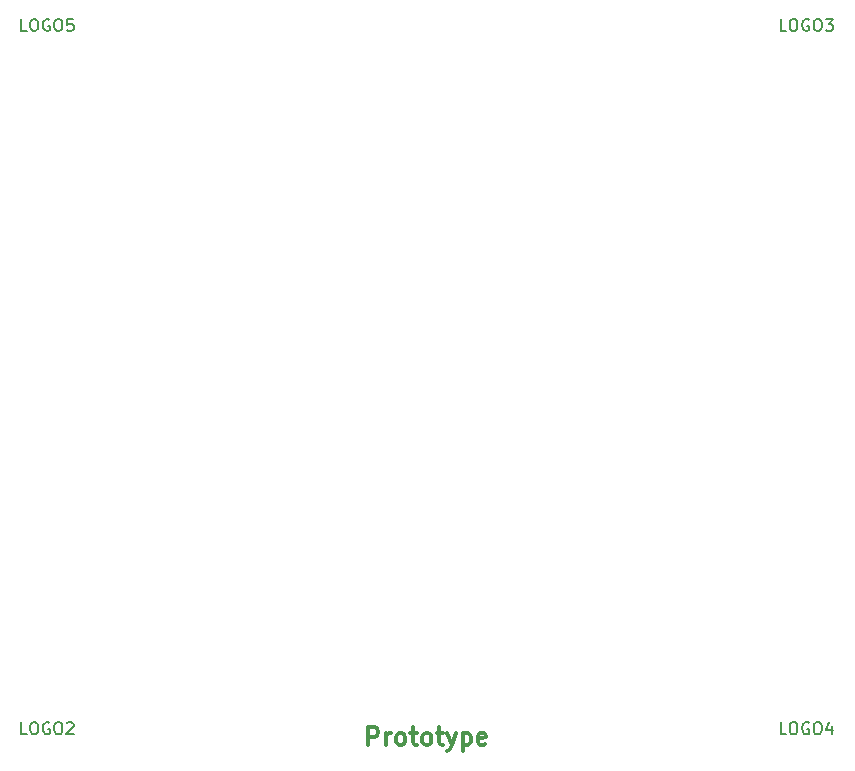
<source format=gbr>
G04 #@! TF.GenerationSoftware,KiCad,Pcbnew,(5.1.5)-3*
G04 #@! TF.CreationDate,2021-05-11T09:46:13+07:00*
G04 #@! TF.ProjectId,uso!VNC,75736f21-564e-4432-9e6b-696361645f70,rev?*
G04 #@! TF.SameCoordinates,Original*
G04 #@! TF.FileFunction,Legend,Top*
G04 #@! TF.FilePolarity,Positive*
%FSLAX46Y46*%
G04 Gerber Fmt 4.6, Leading zero omitted, Abs format (unit mm)*
G04 Created by KiCad (PCBNEW (5.1.5)-3) date 2021-05-11 09:46:13*
%MOMM*%
%LPD*%
G04 APERTURE LIST*
%ADD10C,0.300000*%
%ADD11C,0.150000*%
G04 APERTURE END LIST*
D10*
X261736834Y-148316691D02*
X261736834Y-146816691D01*
X262308262Y-146816691D01*
X262451120Y-146888120D01*
X262522548Y-146959548D01*
X262593977Y-147102405D01*
X262593977Y-147316691D01*
X262522548Y-147459548D01*
X262451120Y-147530977D01*
X262308262Y-147602405D01*
X261736834Y-147602405D01*
X263236834Y-148316691D02*
X263236834Y-147316691D01*
X263236834Y-147602405D02*
X263308262Y-147459548D01*
X263379691Y-147388120D01*
X263522548Y-147316691D01*
X263665405Y-147316691D01*
X264379691Y-148316691D02*
X264236834Y-148245262D01*
X264165405Y-148173834D01*
X264093977Y-148030977D01*
X264093977Y-147602405D01*
X264165405Y-147459548D01*
X264236834Y-147388120D01*
X264379691Y-147316691D01*
X264593977Y-147316691D01*
X264736834Y-147388120D01*
X264808262Y-147459548D01*
X264879691Y-147602405D01*
X264879691Y-148030977D01*
X264808262Y-148173834D01*
X264736834Y-148245262D01*
X264593977Y-148316691D01*
X264379691Y-148316691D01*
X265308262Y-147316691D02*
X265879691Y-147316691D01*
X265522548Y-146816691D02*
X265522548Y-148102405D01*
X265593977Y-148245262D01*
X265736834Y-148316691D01*
X265879691Y-148316691D01*
X266593977Y-148316691D02*
X266451120Y-148245262D01*
X266379691Y-148173834D01*
X266308262Y-148030977D01*
X266308262Y-147602405D01*
X266379691Y-147459548D01*
X266451120Y-147388120D01*
X266593977Y-147316691D01*
X266808262Y-147316691D01*
X266951120Y-147388120D01*
X267022548Y-147459548D01*
X267093977Y-147602405D01*
X267093977Y-148030977D01*
X267022548Y-148173834D01*
X266951120Y-148245262D01*
X266808262Y-148316691D01*
X266593977Y-148316691D01*
X267522548Y-147316691D02*
X268093977Y-147316691D01*
X267736834Y-146816691D02*
X267736834Y-148102405D01*
X267808262Y-148245262D01*
X267951120Y-148316691D01*
X268093977Y-148316691D01*
X268451120Y-147316691D02*
X268808262Y-148316691D01*
X269165405Y-147316691D02*
X268808262Y-148316691D01*
X268665405Y-148673834D01*
X268593977Y-148745262D01*
X268451120Y-148816691D01*
X269736834Y-147316691D02*
X269736834Y-148816691D01*
X269736834Y-147388120D02*
X269879691Y-147316691D01*
X270165405Y-147316691D01*
X270308262Y-147388120D01*
X270379691Y-147459548D01*
X270451120Y-147602405D01*
X270451120Y-148030977D01*
X270379691Y-148173834D01*
X270308262Y-148245262D01*
X270165405Y-148316691D01*
X269879691Y-148316691D01*
X269736834Y-148245262D01*
X271665405Y-148245262D02*
X271522548Y-148316691D01*
X271236834Y-148316691D01*
X271093977Y-148245262D01*
X271022548Y-148102405D01*
X271022548Y-147530977D01*
X271093977Y-147388120D01*
X271236834Y-147316691D01*
X271522548Y-147316691D01*
X271665405Y-147388120D01*
X271736834Y-147530977D01*
X271736834Y-147673834D01*
X271022548Y-147816691D01*
D11*
X232838839Y-87868005D02*
X232362648Y-87868005D01*
X232362648Y-86868005D01*
X233362648Y-86868005D02*
X233553125Y-86868005D01*
X233648363Y-86915625D01*
X233743601Y-87010863D01*
X233791220Y-87201339D01*
X233791220Y-87534672D01*
X233743601Y-87725148D01*
X233648363Y-87820386D01*
X233553125Y-87868005D01*
X233362648Y-87868005D01*
X233267410Y-87820386D01*
X233172172Y-87725148D01*
X233124553Y-87534672D01*
X233124553Y-87201339D01*
X233172172Y-87010863D01*
X233267410Y-86915625D01*
X233362648Y-86868005D01*
X234743601Y-86915625D02*
X234648363Y-86868005D01*
X234505505Y-86868005D01*
X234362648Y-86915625D01*
X234267410Y-87010863D01*
X234219791Y-87106101D01*
X234172172Y-87296577D01*
X234172172Y-87439434D01*
X234219791Y-87629910D01*
X234267410Y-87725148D01*
X234362648Y-87820386D01*
X234505505Y-87868005D01*
X234600744Y-87868005D01*
X234743601Y-87820386D01*
X234791220Y-87772767D01*
X234791220Y-87439434D01*
X234600744Y-87439434D01*
X235410267Y-86868005D02*
X235600744Y-86868005D01*
X235695982Y-86915625D01*
X235791220Y-87010863D01*
X235838839Y-87201339D01*
X235838839Y-87534672D01*
X235791220Y-87725148D01*
X235695982Y-87820386D01*
X235600744Y-87868005D01*
X235410267Y-87868005D01*
X235315029Y-87820386D01*
X235219791Y-87725148D01*
X235172172Y-87534672D01*
X235172172Y-87201339D01*
X235219791Y-87010863D01*
X235315029Y-86915625D01*
X235410267Y-86868005D01*
X236743601Y-86868005D02*
X236267410Y-86868005D01*
X236219791Y-87344196D01*
X236267410Y-87296577D01*
X236362648Y-87248958D01*
X236600744Y-87248958D01*
X236695982Y-87296577D01*
X236743601Y-87344196D01*
X236791220Y-87439434D01*
X236791220Y-87677529D01*
X236743601Y-87772767D01*
X236695982Y-87820386D01*
X236600744Y-87868005D01*
X236362648Y-87868005D01*
X236267410Y-87820386D01*
X236219791Y-87772767D01*
X297132589Y-147399255D02*
X296656398Y-147399255D01*
X296656398Y-146399255D01*
X297656398Y-146399255D02*
X297846875Y-146399255D01*
X297942113Y-146446875D01*
X298037351Y-146542113D01*
X298084970Y-146732589D01*
X298084970Y-147065922D01*
X298037351Y-147256398D01*
X297942113Y-147351636D01*
X297846875Y-147399255D01*
X297656398Y-147399255D01*
X297561160Y-147351636D01*
X297465922Y-147256398D01*
X297418303Y-147065922D01*
X297418303Y-146732589D01*
X297465922Y-146542113D01*
X297561160Y-146446875D01*
X297656398Y-146399255D01*
X299037351Y-146446875D02*
X298942113Y-146399255D01*
X298799255Y-146399255D01*
X298656398Y-146446875D01*
X298561160Y-146542113D01*
X298513541Y-146637351D01*
X298465922Y-146827827D01*
X298465922Y-146970684D01*
X298513541Y-147161160D01*
X298561160Y-147256398D01*
X298656398Y-147351636D01*
X298799255Y-147399255D01*
X298894494Y-147399255D01*
X299037351Y-147351636D01*
X299084970Y-147304017D01*
X299084970Y-146970684D01*
X298894494Y-146970684D01*
X299704017Y-146399255D02*
X299894494Y-146399255D01*
X299989732Y-146446875D01*
X300084970Y-146542113D01*
X300132589Y-146732589D01*
X300132589Y-147065922D01*
X300084970Y-147256398D01*
X299989732Y-147351636D01*
X299894494Y-147399255D01*
X299704017Y-147399255D01*
X299608779Y-147351636D01*
X299513541Y-147256398D01*
X299465922Y-147065922D01*
X299465922Y-146732589D01*
X299513541Y-146542113D01*
X299608779Y-146446875D01*
X299704017Y-146399255D01*
X300989732Y-146732589D02*
X300989732Y-147399255D01*
X300751636Y-146351636D02*
X300513541Y-147065922D01*
X301132589Y-147065922D01*
X297132589Y-87868005D02*
X296656398Y-87868005D01*
X296656398Y-86868005D01*
X297656398Y-86868005D02*
X297846875Y-86868005D01*
X297942113Y-86915625D01*
X298037351Y-87010863D01*
X298084970Y-87201339D01*
X298084970Y-87534672D01*
X298037351Y-87725148D01*
X297942113Y-87820386D01*
X297846875Y-87868005D01*
X297656398Y-87868005D01*
X297561160Y-87820386D01*
X297465922Y-87725148D01*
X297418303Y-87534672D01*
X297418303Y-87201339D01*
X297465922Y-87010863D01*
X297561160Y-86915625D01*
X297656398Y-86868005D01*
X299037351Y-86915625D02*
X298942113Y-86868005D01*
X298799255Y-86868005D01*
X298656398Y-86915625D01*
X298561160Y-87010863D01*
X298513541Y-87106101D01*
X298465922Y-87296577D01*
X298465922Y-87439434D01*
X298513541Y-87629910D01*
X298561160Y-87725148D01*
X298656398Y-87820386D01*
X298799255Y-87868005D01*
X298894494Y-87868005D01*
X299037351Y-87820386D01*
X299084970Y-87772767D01*
X299084970Y-87439434D01*
X298894494Y-87439434D01*
X299704017Y-86868005D02*
X299894494Y-86868005D01*
X299989732Y-86915625D01*
X300084970Y-87010863D01*
X300132589Y-87201339D01*
X300132589Y-87534672D01*
X300084970Y-87725148D01*
X299989732Y-87820386D01*
X299894494Y-87868005D01*
X299704017Y-87868005D01*
X299608779Y-87820386D01*
X299513541Y-87725148D01*
X299465922Y-87534672D01*
X299465922Y-87201339D01*
X299513541Y-87010863D01*
X299608779Y-86915625D01*
X299704017Y-86868005D01*
X300465922Y-86868005D02*
X301084970Y-86868005D01*
X300751636Y-87248958D01*
X300894494Y-87248958D01*
X300989732Y-87296577D01*
X301037351Y-87344196D01*
X301084970Y-87439434D01*
X301084970Y-87677529D01*
X301037351Y-87772767D01*
X300989732Y-87820386D01*
X300894494Y-87868005D01*
X300608779Y-87868005D01*
X300513541Y-87820386D01*
X300465922Y-87772767D01*
X232838839Y-147399255D02*
X232362648Y-147399255D01*
X232362648Y-146399255D01*
X233362648Y-146399255D02*
X233553125Y-146399255D01*
X233648363Y-146446875D01*
X233743601Y-146542113D01*
X233791220Y-146732589D01*
X233791220Y-147065922D01*
X233743601Y-147256398D01*
X233648363Y-147351636D01*
X233553125Y-147399255D01*
X233362648Y-147399255D01*
X233267410Y-147351636D01*
X233172172Y-147256398D01*
X233124553Y-147065922D01*
X233124553Y-146732589D01*
X233172172Y-146542113D01*
X233267410Y-146446875D01*
X233362648Y-146399255D01*
X234743601Y-146446875D02*
X234648363Y-146399255D01*
X234505505Y-146399255D01*
X234362648Y-146446875D01*
X234267410Y-146542113D01*
X234219791Y-146637351D01*
X234172172Y-146827827D01*
X234172172Y-146970684D01*
X234219791Y-147161160D01*
X234267410Y-147256398D01*
X234362648Y-147351636D01*
X234505505Y-147399255D01*
X234600744Y-147399255D01*
X234743601Y-147351636D01*
X234791220Y-147304017D01*
X234791220Y-146970684D01*
X234600744Y-146970684D01*
X235410267Y-146399255D02*
X235600744Y-146399255D01*
X235695982Y-146446875D01*
X235791220Y-146542113D01*
X235838839Y-146732589D01*
X235838839Y-147065922D01*
X235791220Y-147256398D01*
X235695982Y-147351636D01*
X235600744Y-147399255D01*
X235410267Y-147399255D01*
X235315029Y-147351636D01*
X235219791Y-147256398D01*
X235172172Y-147065922D01*
X235172172Y-146732589D01*
X235219791Y-146542113D01*
X235315029Y-146446875D01*
X235410267Y-146399255D01*
X236219791Y-146494494D02*
X236267410Y-146446875D01*
X236362648Y-146399255D01*
X236600744Y-146399255D01*
X236695982Y-146446875D01*
X236743601Y-146494494D01*
X236791220Y-146589732D01*
X236791220Y-146684970D01*
X236743601Y-146827827D01*
X236172172Y-147399255D01*
X236791220Y-147399255D01*
M02*

</source>
